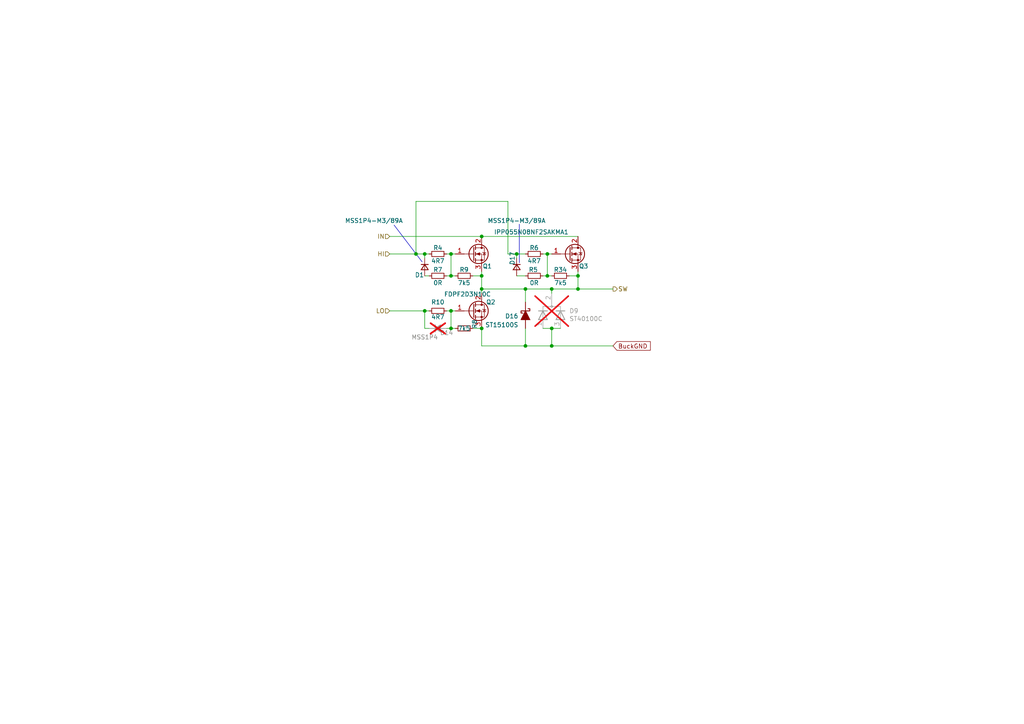
<source format=kicad_sch>
(kicad_sch (version 20250114) (generator "eeschema") (generator_version "9.0")
  (paper "A4")
  (lib_symbols
    (symbol "D_Small_5" (pin_numbers (hide yes)) (pin_names (offset 0.254) (hide yes))
      (property "Reference" "D" (at -1.27 2.032 0))
      (property "Value" "D_Small" (at -3.81 -2.032 0))
      (symbol "D_Small_5_0_1"
        (polyline (pts (xy -0.762 0) (xy 0.762 0)))
        (polyline (pts (xy -0.762 -1.016) (xy -0.762 1.016)) (stroke (width 0.254)))
        (polyline (pts (xy 0.762 -1.016) (xy -0.762 0) (xy 0.762 1.016) (xy 0.762 -1.016)) (stroke (width 0.254)))
      )
      (symbol "D_Small_5_1_1"
        (pin passive line (at -2.54 0 0) (length 1.778) (name "K") (number "1"))
        (pin passive line (at 2.54 0 180) (length 1.778) (name "A") (number "2"))
      )
    )
    (symbol "Device:D_Dual_CommonCathode_AKA_Parallel" (pin_names (offset 0.762) (hide yes))
      (property "Reference" "D" (at 0 5.08 0))
      (property "Value" "D_Dual_CommonCathode_AKA_Parallel" (at 0 -5.08 0))
      (symbol "D_Dual_CommonCathode_AKA_Parallel_0_0"
        (polyline (pts (xy 0 3.81) (xy 0 1.27)) (stroke (width 0.254)))
        (polyline (pts (xy 0 -1.27) (xy 0 -3.81)) (stroke (width 0.254)))
      )
      (symbol "D_Dual_CommonCathode_AKA_Parallel_0_1"
        (polyline (pts (xy -2.54 3.81) (xy 0 2.54) (xy -2.54 1.27) (xy -2.54 3.81) (xy -2.54 3.81) (xy -2.54 3.81)) (stroke (width 0.254)))
        (polyline (pts (xy -2.54 -1.27) (xy 0 -2.54) (xy -2.54 -3.81) (xy -2.54 -1.27) (xy -2.54 -1.27) (xy -2.54 -1.27)) (stroke (width 0.254)))
        (polyline (pts (xy -2.54 -2.54) (xy 1.27 -2.54) (xy 1.27 2.54) (xy -2.54 2.54)))
        (polyline (pts (xy 1.27 0) (xy 2.54 0)))
        (circle (center 1.27 0) (radius 0.254) (fill (type outline)))
        (pin passive line (at -5.08 2.54 0) (length 2.54) (name "K") (number "1"))
        (pin passive line (at -5.08 -2.54 0) (length 2.54) (name "K") (number "3"))
        (pin passive line (at 5.08 0 180) (length 2.54) (name "A") (number "2"))
      )
    )
    (symbol "Device:D_Small" (pin_numbers (hide yes)) (pin_names (offset 0.254) (hide yes))
      (property "Reference" "D" (at -1.27 2.032 0))
      (property "Value" "D_Small" (at -3.81 -2.032 0))
      (symbol "D_Small_0_1"
        (polyline (pts (xy -0.762 0) (xy 0.762 0)))
        (polyline (pts (xy -0.762 -1.016) (xy -0.762 1.016)) (stroke (width 0.254)))
        (polyline (pts (xy 0.762 -1.016) (xy -0.762 0) (xy 0.762 1.016) (xy 0.762 -1.016)) (stroke (width 0.254)))
      )
      (symbol "D_Small_1_1"
        (pin passive line (at -2.54 0 0) (length 1.778) (name "K") (number "1"))
        (pin passive line (at 2.54 0 180) (length 1.778) (name "A") (number "2"))
      )
    )
    (symbol "Device:R_Small" (pin_numbers (hide yes)) (pin_names (offset 0.254) (hide yes))
      (property "Reference" "R" (at 0 0 90))
      (property "Value" "R_Small" (at 1.778 0 90))
      (symbol "R_Small_0_1"
        (rectangle (start -0.762 1.778) (end 0.762 -1.778) (stroke (width 0.2032)))
      )
      (symbol "R_Small_1_1"
        (pin passive line (at 0 2.54 270) (length 0.762) (name "~") (number "1"))
        (pin passive line (at 0 -2.54 90) (length 0.762) (name "~") (number "2"))
      )
    )
    (symbol "IPP060N06N_1" (pin_names (hide yes))
      (property "Reference" "Q" (at 5.08 1.905 0))
      (property "Value" "IPP060N06N" (at 5.08 0 0))
      (symbol "IPP060N06N_1_0_1"
        (polyline (pts (xy 0.254 1.905) (xy 0.254 -1.905)) (stroke (width 0.254)))
        (polyline (pts (xy 0.254 0) (xy -2.54 0)))
        (polyline (pts (xy 0.762 2.286) (xy 0.762 1.27)) (stroke (width 0.254)))
        (polyline (pts (xy 0.762 0.508) (xy 0.762 -0.508)) (stroke (width 0.254)))
        (polyline (pts (xy 0.762 -1.27) (xy 0.762 -2.286)) (stroke (width 0.254)))
        (polyline (pts (xy 0.762 -1.778) (xy 3.302 -1.778) (xy 3.302 1.778) (xy 0.762 1.778)))
        (polyline (pts (xy 1.016 0) (xy 2.032 0.381) (xy 2.032 -0.381) (xy 1.016 0)) (fill (type outline)))
        (circle (center 1.651 0) (radius 2.794) (stroke (width 0.254)))
        (polyline (pts (xy 2.54 2.54) (xy 2.54 1.778)))
        (circle (center 2.54 1.778) (radius 0.254) (fill (type outline)))
        (circle (center 2.54 -1.778) (radius 0.254) (fill (type outline)))
        (polyline (pts (xy 2.54 -2.54) (xy 2.54 0) (xy 0.762 0)))
        (polyline (pts (xy 2.794 0.508) (xy 2.921 0.381) (xy 3.683 0.381) (xy 3.81 0.254)))
        (polyline (pts (xy 3.302 0.381) (xy 2.921 -0.254) (xy 3.683 -0.254) (xy 3.302 0.381)))
      )
      (symbol "IPP060N06N_1_1_1"
        (pin input line (at -5.08 0 0) (length 2.54) (name "G") (number "1"))
        (pin passive line (at 2.54 5.08 270) (length 2.54) (name "D") (number "2"))
        (pin passive line (at 2.54 -5.08 90) (length 2.54) (name "S") (number "3"))
      )
    )
    (symbol "Transistor_FET:IPP060N06N" (pin_names (hide yes))
      (property "Reference" "Q" (at 6.35 1.905 0))
      (property "Value" "IPP060N06N" (at 6.35 0 0))
      (symbol "IPP060N06N_0_1"
        (polyline (pts (xy 0.254 1.905) (xy 0.254 -1.905)) (stroke (width 0.254)))
        (polyline (pts (xy 0.254 0) (xy -2.54 0)))
        (polyline (pts (xy 0.762 2.286) (xy 0.762 1.27)) (stroke (width 0.254)))
        (polyline (pts (xy 0.762 0.508) (xy 0.762 -0.508)) (stroke (width 0.254)))
        (polyline (pts (xy 0.762 -1.27) (xy 0.762 -2.286)) (stroke (width 0.254)))
        (polyline (pts (xy 0.762 -1.778) (xy 3.302 -1.778) (xy 3.302 1.778) (xy 0.762 1.778)))
        (polyline (pts (xy 1.016 0) (xy 2.032 0.381) (xy 2.032 -0.381) (xy 1.016 0)) (fill (type outline)))
        (circle (center 1.651 0) (radius 2.794) (stroke (width 0.254)))
        (polyline (pts (xy 2.54 2.54) (xy 2.54 1.778)))
        (circle (center 2.54 1.778) (radius 0.254) (fill (type outline)))
        (circle (center 2.54 -1.778) (radius 0.254) (fill (type outline)))
        (polyline (pts (xy 2.54 -2.54) (xy 2.54 0) (xy 0.762 0)))
        (polyline (pts (xy 2.794 0.508) (xy 2.921 0.381) (xy 3.683 0.381) (xy 3.81 0.254)))
        (polyline (pts (xy 3.302 0.381) (xy 2.921 -0.254) (xy 3.683 -0.254) (xy 3.302 0.381)))
      )
      (symbol "IPP060N06N_1_1"
        (pin input line (at -5.08 0 0) (length 2.54) (name "G") (number "1"))
        (pin passive line (at 2.54 5.08 270) (length 2.54) (name "D") (number "2"))
        (pin passive line (at 2.54 -5.08 90) (length 2.54) (name "S") (number "3"))
      )
    )
    (symbol "open-pe:ST15100S" (pin_numbers (hide yes)) (pin_names (offset 1.016) (hide yes))
      (property "Reference" "D" (at 0 5.08 0))
      (property "Value" "ST15100S" (at 0 2.54 0))
      (symbol "ST15100S_0_1"
        (polyline (pts (xy -1.27 0) (xy 1.27 0)))
        (polyline (pts (xy -1.27 -1.27) (xy -1.27 1.27) (xy 1.27 0) (xy -1.27 -1.27)) (stroke (width 0.254)) (fill (type outline)))
        (polyline (pts (xy 1.905 -0.762) (xy 1.905 -1.27) (xy 1.27 -1.27) (xy 1.27 1.27) (xy 0.635 1.27) (xy 0.635 0.762)) (stroke (width 0.254)))
      )
      (symbol "ST15100S_0_2"
        (polyline (pts (xy -2.54 -2.54) (xy 2.54 2.54)))
        (polyline (pts (xy -0.889 -0.889) (xy -1.778 0) (xy 0.889 0.889) (xy 0 -1.778) (xy -0.889 -0.889)) (stroke (width 0.254)) (fill (type outline)))
        (polyline (pts (xy 0 1.778) (xy 1.778 0)) (stroke (width 0.254)))
        (polyline (pts (xy 0 1.778) (xy -0.381 1.397) (xy 0 1.016)) (stroke (width 0.254)))
        (polyline (pts (xy 1.778 0) (xy 2.159 0.381) (xy 1.778 0.762)) (stroke (width 0.254)))
      )
      (symbol "ST15100S_1_1"
        (pin passive line (at -3.81 0 0) (length 2.54) (name "A") (number "A"))
        (pin passive line (at 3.81 0 180) (length 2.54) (name "K") (number "K"))
      )
      (symbol "ST15100S_1_2"
        (pin passive line (at -2.54 -2.54 0) (length 0) (name "A") (number "2"))
        (pin passive line (at 2.54 2.54 180) (length 0) (name "K") (number "1"))
      )
    )
  )
  (junction (at 123.19 90.17))
  (junction (at 158.75 73.66))
  (junction (at 139.7 68.58))
  (junction (at 160.02 95.25))
  (junction (at 167.64 83.82))
  (junction (at 149.86 73.66))
  (junction (at 130.81 95.25))
  (junction (at 130.81 80.01))
  (junction (at 160.02 100.33))
  (junction (at 152.4 83.82))
  (junction (at 130.81 73.66))
  (junction (at 120.65 73.66))
  (junction (at 152.4 100.33))
  (junction (at 139.7 95.25))
  (junction (at 123.19 73.66))
  (junction (at 160.02 83.82))
  (junction (at 130.81 90.17))
  (junction (at 139.7 80.01))
  (junction (at 158.75 80.01))
  (junction (at 167.64 80.01))
  (junction (at 139.7 83.82))
  (wire (pts (xy 139.7 80.01) (xy 139.7 83.82)))
  (polyline (pts (xy 114.3 65.278) (xy 122.428 75.946)))
  (wire (pts (xy 120.65 73.66) (xy 123.19 73.66)))
  (wire (pts (xy 130.81 95.25) (xy 129.54 95.25)))
  (wire (pts (xy 160.02 95.25) (xy 162.56 95.25)))
  (wire (pts (xy 149.86 80.01) (xy 152.4 80.01)))
  (wire (pts (xy 158.75 73.66) (xy 157.48 73.66)))
  (wire (pts (xy 167.64 80.01) (xy 167.64 83.82)))
  (polyline (pts (xy 150.622 65.024) (xy 150.622 76.2)))
  (wire (pts (xy 130.81 80.01) (xy 132.08 80.01)))
  (wire (pts (xy 167.64 83.82) (xy 177.8 83.82)))
  (wire (pts (xy 129.54 90.17) (xy 130.81 90.17)))
  (wire (pts (xy 123.19 80.01) (xy 124.46 80.01)))
  (wire (pts (xy 160.02 83.82) (xy 167.64 83.82)))
  (wire (pts (xy 152.4 95.25) (xy 152.4 100.33)))
  (wire (pts (xy 152.4 83.82) (xy 152.4 87.63)))
  (wire (pts (xy 139.7 83.82) (xy 152.4 83.82)))
  (wire (pts (xy 123.19 90.17) (xy 123.19 95.25)))
  (wire (pts (xy 157.48 80.01) (xy 158.75 80.01)))
  (wire (pts (xy 147.32 73.66) (xy 149.86 73.66)))
  (wire (pts (xy 123.19 73.66) (xy 124.46 73.66)))
  (wire (pts (xy 165.1 80.01) (xy 167.64 80.01)))
  (wire (pts (xy 130.81 95.25) (xy 132.08 95.25)))
  (wire (pts (xy 120.65 58.42) (xy 147.32 58.42)))
  (wire (pts (xy 137.16 95.25) (xy 139.7 95.25)))
  (wire (pts (xy 130.81 73.66) (xy 130.81 80.01)))
  (wire (pts (xy 152.4 83.82) (xy 160.02 83.82)))
  (wire (pts (xy 139.7 83.82) (xy 139.7 85.09)))
  (wire (pts (xy 167.64 78.74) (xy 167.64 80.01)))
  (wire (pts (xy 113.03 73.66) (xy 120.65 73.66)))
  (wire (pts (xy 149.86 73.66) (xy 149.86 74.93)))
  (wire (pts (xy 152.4 100.33) (xy 160.02 100.33)))
  (wire (pts (xy 137.16 80.01) (xy 139.7 80.01)))
  (wire (pts (xy 123.19 73.66) (xy 123.19 74.93)))
  (wire (pts (xy 120.65 58.42) (xy 120.65 73.66)))
  (wire (pts (xy 139.7 68.58) (xy 167.64 68.58)))
  (wire (pts (xy 139.7 78.74) (xy 139.7 80.01)))
  (wire (pts (xy 160.02 100.33) (xy 177.8 100.33)))
  (wire (pts (xy 123.19 95.25) (xy 124.46 95.25)))
  (wire (pts (xy 129.54 80.01) (xy 130.81 80.01)))
  (wire (pts (xy 160.02 95.25) (xy 160.02 100.33)))
  (wire (pts (xy 157.48 95.25) (xy 160.02 95.25)))
  (wire (pts (xy 139.7 100.33) (xy 152.4 100.33)))
  (wire (pts (xy 160.02 83.82) (xy 160.02 85.09)))
  (wire (pts (xy 130.81 90.17) (xy 132.08 90.17)))
  (wire (pts (xy 123.19 90.17) (xy 124.46 90.17)))
  (wire (pts (xy 158.75 73.66) (xy 160.02 73.66)))
  (wire (pts (xy 129.54 73.66) (xy 130.81 73.66)))
  (wire (pts (xy 130.81 73.66) (xy 132.08 73.66)))
  (wire (pts (xy 149.86 73.66) (xy 152.4 73.66)))
  (wire (pts (xy 130.81 90.17) (xy 130.81 95.25)))
  (wire (pts (xy 147.32 73.66) (xy 147.32 58.42)))
  (wire (pts (xy 158.75 80.01) (xy 160.02 80.01)))
  (wire (pts (xy 113.03 90.17) (xy 123.19 90.17)))
  (wire (pts (xy 113.03 68.58) (xy 139.7 68.58)))
  (wire (pts (xy 139.7 100.33) (xy 139.7 95.25)))
  (wire (pts (xy 158.75 73.66) (xy 158.75 80.01)))
  (global_label "BuckGND" (shape input) (at 177.8 100.33 0) (property "Intersheetrefs" "${INTERSHEET_REFS}" (effects (hide yes))))
  (hierarchical_label "SW" (shape output) (at 177.8 83.82 0))
  (hierarchical_label "HI" (shape input) (at 113.03 73.66 180))
  (hierarchical_label "LO" (shape input) (at 113.03 90.17 180))
  (hierarchical_label "IN" (shape input) (at 113.03 68.58 180))
  (symbol (lib_name "D_Small_5") (lib_id "Device:D_Small") (at 123.19 77.47 270) (unit 1)
    (property "Reference" "D1" (at 121.666 79.756 90))
    (property "Value" "MSS1P4-M3/89A" (at 108.458 64.008 90))
    (property "Footprint" "Diode_SMD:D_MicroSMP_AK" (effects (hide yes)))
    (property "Datasheet" "https://www.vishay.com/docs/89019/mss1p4.pdf" (effects (hide yes)))
    (property "MPN" "MSS1P4-M3/89A" (effects (hide yes)))
    (property "Desc" "GateDischarge" (effects (hide yes)))
    (property "Sim.Device" "D" (effects (hide yes)))
    (property "Sim.Pins" "1=K 2=A" (effects (hide yes)))
  )
  (symbol (lib_name "IPP060N06N_1") (lib_id "Transistor_FET:IPP060N06N") (at 165.1 73.66 0) (unit 1)
    (property "Reference" "Q3" (at 167.894 77.216 0) (effects (justify left)))
    (property "Value" "IPP055N08NF2SAKMA1" (effects (hide yes)))
    (property "Footprint" "Package_TO_SOT_THT:TO-220-3_Vertical" (effects (hide yes)))
    (property "Datasheet" "https://www.infineon.com/dgdl/Infineon-IPP060N06N-DS-v02_02-en.pdf?fileId=db3a30433727a44301372c06d9d7498a" (effects (hide yes)))
    (property "Description" "45A Id, 60V Vds, Single N-Channel Power MOSFET, 6mOhm Ron, TO-220" (effects (hide yes)))
    (property "MPN" "DNP" (effects (hide yes)))
    (property "Desc" "HS" (effects (hide yes)))
  )
  (symbol (lib_id "Device:R_Small") (at 134.62 95.25 270) (unit 1)
    (property "Reference" "R8" (at 137.668 93.98 0))
    (property "Value" "7k5" (at 134.62 95.25 90))
    (property "Footprint" "Resistor_SMD:R_0805_2012Metric" (effects (hide yes)))
    (property "Description" "Resistor, small symbol" (effects (hide yes)))
    (property "MPN" "7.5k" (effects (hide yes)))
  )
  (symbol (lib_id "open-pe:ST15100S") (at 152.4 91.44 90) (unit 1)
    (property "Reference" "D16" (at 150.368 91.694 90) (effects (justify left)))
    (property "Value" "ST15100S" (at 150.368 94.234 90) (effects (justify left)))
    (property "Footprint" "open-pe:TO-277B_ThermalVias" (effects (hide yes)))
    (property "Datasheet" "https://www.smc-diodes.com/propdf/ST15100S%20N2219%20REV.-.pdf" (effects (hide yes)))
    (property "Description" "ULTRA LOW VF SCHOTTKY RECTIFIERS, 100V, 15A" (effects (hide yes)))
    (property "MPN" "ST15100S" (effects (hide yes)))
    (property "Manufacturer" "SMC" (effects (hide yes)))
  )
  (symbol (lib_id "Transistor_FET:IPP060N06N") (at 137.16 73.66 0) (unit 1)
    (property "Reference" "Q1" (at 139.954 77.216 0) (effects (justify left)))
    (property "Value" "IPP055N08NF2SAKMA1" (at 143.256 67.31 0) (effects (justify left)))
    (property "Footprint" "open-pe:TO-220-3_Horizontal_BottomHeatsink_SmallHole" (effects (hide yes)))
    (property "MPN" "DNP" (effects (hide yes)))
    (property "Desc" "HS" (effects (hide yes)))
  )
  (symbol (lib_id "Device:R_Small") (at 134.62 80.01 270) (unit 1)
    (property "Reference" "R9" (at 134.62 78.232 90))
    (property "Value" "7k5" (at 134.62 82.042 90))
    (property "Footprint" "Resistor_SMD:R_0805_2012Metric" (effects (hide yes)))
    (property "Description" "Resistor, small symbol" (effects (hide yes)))
    (property "MPN" "7.5k" (effects (hide yes)))
  )
  (symbol (lib_name "D_Small_5") (lib_id "Device:D_Small") (at 149.86 77.47 270) (unit 1)
    (property "Reference" "D17" (at 148.59 74.93 0))
    (property "Value" "MSS1P4-M3/89A" (at 149.86 64.008 90))
    (property "Footprint" "Diode_SMD:D_MicroSMP_AK" (effects (hide yes)))
    (property "Datasheet" "https://www.vishay.com/docs/89019/mss1p4.pdf" (effects (hide yes)))
    (property "MPN" "MSS1P4-M3/89A" (effects (hide yes)))
    (property "Desc" "GateDischarge" (effects (hide yes)))
    (property "Sim.Device" "D" (effects (hide yes)))
    (property "Sim.Pins" "1=K 2=A" (effects (hide yes)))
  )
  (symbol (lib_id "Device:R_Small") (at 127 73.66 90) (unit 1)
    (property "Reference" "R4" (at 127 71.882 90))
    (property "Value" "4R7" (at 127 75.692 90))
    (property "Footprint" "Resistor_SMD:R_0805_2012Metric" (effects (hide yes)))
    (property "Description" "Resistor, small symbol" (effects (hide yes)))
    (property "MPN" "4.7" (effects (hide yes)))
    (property "Desc" "GateCharge" (effects (hide yes)))
  )
  (symbol (lib_id "Device:R_Small") (at 154.94 73.66 90) (unit 1)
    (property "Reference" "R6" (at 154.94 71.882 90))
    (property "Value" "4R7" (at 154.94 75.692 90))
    (property "Footprint" "Resistor_SMD:R_0805_2012Metric" (effects (hide yes)))
    (property "Description" "Resistor, small symbol" (effects (hide yes)))
    (property "MPN" "4.7" (effects (hide yes)))
    (property "Desc" "GateCharge" (effects (hide yes)))
  )
  (symbol (lib_id "Device:D_Dual_CommonCathode_AKA_Parallel") (at 160.02 90.17 90) (unit 1) (dnp yes)
    (property "Reference" "D9" (at 165.1 90.17 90) (effects (justify right)))
    (property "Value" "ST40100C" (at 165.1 92.456 90) (effects (justify right)))
    (property "Footprint" "open-pe:TO-220-3_Horizontal_BottomHeatsink_NoHole" (effects (hide yes)))
    (property "Datasheet" "https://www.smc-diodes.com/propdf/mbr30200ct(-1)%20mbrb30200ct%20n0769%20rev.a.pdf" (effects (hide yes)))
    (property "Desc" "LS" (effects (hide yes)))
    (property "MPN" "ST40100C" (effects (hide yes)))
    (property "Manufacturer" "SMC" (effects (hide yes)))
  )
  (symbol (lib_id "Device:D_Small") (at 127 95.25 0) (unit 1) (in_bom no) (on_board no) (dnp yes)
    (property "Reference" "D14" (at 129.54 96.52 0))
    (property "Value" "MSS1P4" (at 123.19 97.79 0))
    (property "Footprint" "Diode_SMD:D_SMF" (effects (hide yes)))
    (property "Datasheet" "https://www.vishay.com/docs/89019/mss1p4.pdf" (effects (hide yes)))
    (property "Description" "40V" (effects (hide yes)))
    (property "MPN" "MSS1P4" (effects (hide yes)))
    (property "Desc" "gate dis" (effects (hide yes)))
    (property "Sim.Device" "D" (effects (hide yes)))
    (property "Sim.Pins" "1=K 2=A" (effects (hide yes)))
  )
  (symbol (lib_id "Device:R_Small") (at 162.56 80.01 270) (unit 1)
    (property "Reference" "R34" (at 162.56 78.232 90))
    (property "Value" "7k5" (at 162.56 82.042 90))
    (property "Footprint" "Resistor_SMD:R_0805_2012Metric" (effects (hide yes)))
    (property "Description" "Resistor, small symbol" (effects (hide yes)))
    (property "MPN" "7.5k" (effects (hide yes)))
  )
  (symbol (lib_id "Transistor_FET:IPP060N06N") (at 137.16 90.17 0) (unit 1)
    (property "Reference" "Q2" (at 140.97 87.63 0) (effects (justify left)))
    (property "Value" "FDPF2D3N10C" (at 128.778 85.344 0) (effects (justify left)))
    (property "Footprint" "open-pe:TO-220-3_Horizontal_BottomHeatsink_NoHole" (effects (hide yes)))
    (property "MPN" "DNP" (effects (hide yes)))
    (property "Desc" "LS" (effects (hide yes)))
  )
  (symbol (lib_id "Device:R_Small") (at 127 90.17 90) (unit 1)
    (property "Reference" "R10" (at 127 87.63 90))
    (property "Value" "4R7" (at 127 91.948 90))
    (property "Footprint" "Resistor_SMD:R_0805_2012Metric" (effects (hide yes)))
    (property "Description" "Resistor, small symbol" (effects (hide yes)))
    (property "MPN" "4.7" (effects (hide yes)))
    (property "Desc" "GateCharge" (effects (hide yes)))
  )
  (symbol (lib_id "Device:R_Small") (at 154.94 80.01 270) (unit 1)
    (property "Reference" "R5" (at 154.686 78.232 90))
    (property "Value" "0R" (at 154.94 82.042 90))
    (property "Footprint" "Resistor_SMD:R_0805_2012Metric" (effects (hide yes)))
    (property "Description" "Resistor, small symbol" (effects (hide yes)))
    (property "MPN" "0" (effects (hide yes)))
    (property "Desc" "GateDischarge" (effects (hide yes)))
  )
  (symbol (lib_id "Device:R_Small") (at 127 80.01 270) (unit 1)
    (property "Reference" "R7" (at 127 78.232 90))
    (property "Value" "0R" (at 127 82.042 90))
    (property "Footprint" "Resistor_SMD:R_0805_2012Metric" (effects (hide yes)))
    (property "Description" "Resistor, small symbol" (effects (hide yes)))
    (property "MPN" "0" (effects (hide yes)))
    (property "Desc" "GateDischarge" (effects (hide yes)))
  )
)
</source>
